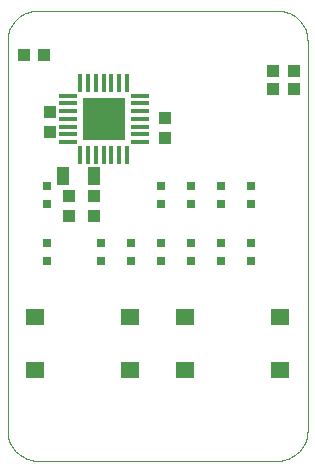
<source format=gtp>
G75*
%MOIN*%
%OFA0B0*%
%FSLAX24Y24*%
%IPPOS*%
%LPD*%
%AMOC8*
5,1,8,0,0,1.08239X$1,22.5*
%
%ADD10C,0.0000*%
%ADD11R,0.0600X0.0140*%
%ADD12R,0.0140X0.0600*%
%ADD13R,0.1440X0.1440*%
%ADD14R,0.0394X0.0433*%
%ADD15R,0.0315X0.0315*%
%ADD16R,0.0630X0.0551*%
%ADD17R,0.0394X0.0610*%
D10*
X000646Y001140D02*
X000646Y014140D01*
X000648Y014200D01*
X000653Y014261D01*
X000662Y014320D01*
X000675Y014379D01*
X000691Y014438D01*
X000711Y014495D01*
X000734Y014550D01*
X000761Y014605D01*
X000790Y014657D01*
X000823Y014708D01*
X000859Y014757D01*
X000897Y014803D01*
X000939Y014847D01*
X000983Y014889D01*
X001029Y014927D01*
X001078Y014963D01*
X001129Y014996D01*
X001181Y015025D01*
X001236Y015052D01*
X001291Y015075D01*
X001348Y015095D01*
X001407Y015111D01*
X001466Y015124D01*
X001525Y015133D01*
X001586Y015138D01*
X001646Y015140D01*
X009646Y015140D01*
X009706Y015138D01*
X009767Y015133D01*
X009826Y015124D01*
X009885Y015111D01*
X009944Y015095D01*
X010001Y015075D01*
X010056Y015052D01*
X010111Y015025D01*
X010163Y014996D01*
X010214Y014963D01*
X010263Y014927D01*
X010309Y014889D01*
X010353Y014847D01*
X010395Y014803D01*
X010433Y014757D01*
X010469Y014708D01*
X010502Y014657D01*
X010531Y014605D01*
X010558Y014550D01*
X010581Y014495D01*
X010601Y014438D01*
X010617Y014379D01*
X010630Y014320D01*
X010639Y014261D01*
X010644Y014200D01*
X010646Y014140D01*
X010646Y001140D01*
X010644Y001080D01*
X010639Y001019D01*
X010630Y000960D01*
X010617Y000901D01*
X010601Y000842D01*
X010581Y000785D01*
X010558Y000730D01*
X010531Y000675D01*
X010502Y000623D01*
X010469Y000572D01*
X010433Y000523D01*
X010395Y000477D01*
X010353Y000433D01*
X010309Y000391D01*
X010263Y000353D01*
X010214Y000317D01*
X010163Y000284D01*
X010111Y000255D01*
X010056Y000228D01*
X010001Y000205D01*
X009944Y000185D01*
X009885Y000169D01*
X009826Y000156D01*
X009767Y000147D01*
X009706Y000142D01*
X009646Y000140D01*
X001646Y000140D01*
X001586Y000142D01*
X001525Y000147D01*
X001466Y000156D01*
X001407Y000169D01*
X001348Y000185D01*
X001291Y000205D01*
X001236Y000228D01*
X001181Y000255D01*
X001129Y000284D01*
X001078Y000317D01*
X001029Y000353D01*
X000983Y000391D01*
X000939Y000433D01*
X000897Y000477D01*
X000859Y000523D01*
X000823Y000572D01*
X000790Y000623D01*
X000761Y000675D01*
X000734Y000730D01*
X000711Y000785D01*
X000691Y000842D01*
X000675Y000901D01*
X000662Y000960D01*
X000653Y001019D01*
X000648Y001080D01*
X000646Y001140D01*
D11*
X002646Y010770D03*
X002646Y011030D03*
X002646Y011280D03*
X002646Y011540D03*
X002646Y011800D03*
X002646Y012050D03*
X002646Y012310D03*
X005046Y012310D03*
X005046Y012050D03*
X005046Y011800D03*
X005046Y011540D03*
X005046Y011280D03*
X005046Y011030D03*
X005046Y010770D03*
D12*
X004616Y010340D03*
X004356Y010340D03*
X004106Y010340D03*
X003846Y010340D03*
X003586Y010340D03*
X003336Y010340D03*
X003076Y010340D03*
X003076Y012740D03*
X003336Y012740D03*
X003586Y012740D03*
X003846Y012740D03*
X004106Y012740D03*
X004356Y012740D03*
X004616Y012740D03*
D13*
X003846Y011540D03*
D14*
X002076Y011765D03*
X002076Y011095D03*
X002696Y008975D03*
X002696Y008305D03*
X003526Y008305D03*
X003526Y008975D03*
X005896Y010905D03*
X005896Y011575D03*
X009511Y012540D03*
X009511Y013140D03*
X010180Y013140D03*
X010180Y012540D03*
X001860Y013660D03*
X001191Y013660D03*
D15*
X001946Y009285D03*
X001946Y008695D03*
X001946Y007385D03*
X001946Y006795D03*
X003746Y006795D03*
X003746Y007385D03*
X004746Y007385D03*
X004746Y006795D03*
X005746Y006795D03*
X005746Y007385D03*
X005746Y008695D03*
X005746Y009285D03*
X006746Y009285D03*
X006746Y008695D03*
X007746Y008695D03*
X007746Y009285D03*
X008746Y009285D03*
X008746Y008695D03*
X008746Y007385D03*
X008746Y006795D03*
X007746Y006795D03*
X007746Y007385D03*
X006746Y007385D03*
X006746Y006795D03*
D16*
X006571Y004926D03*
X006571Y003154D03*
X004720Y003154D03*
X004720Y004926D03*
X001571Y004926D03*
X001571Y003154D03*
X009720Y003154D03*
X009720Y004926D03*
D17*
X003518Y009630D03*
X002494Y009630D03*
M02*

</source>
